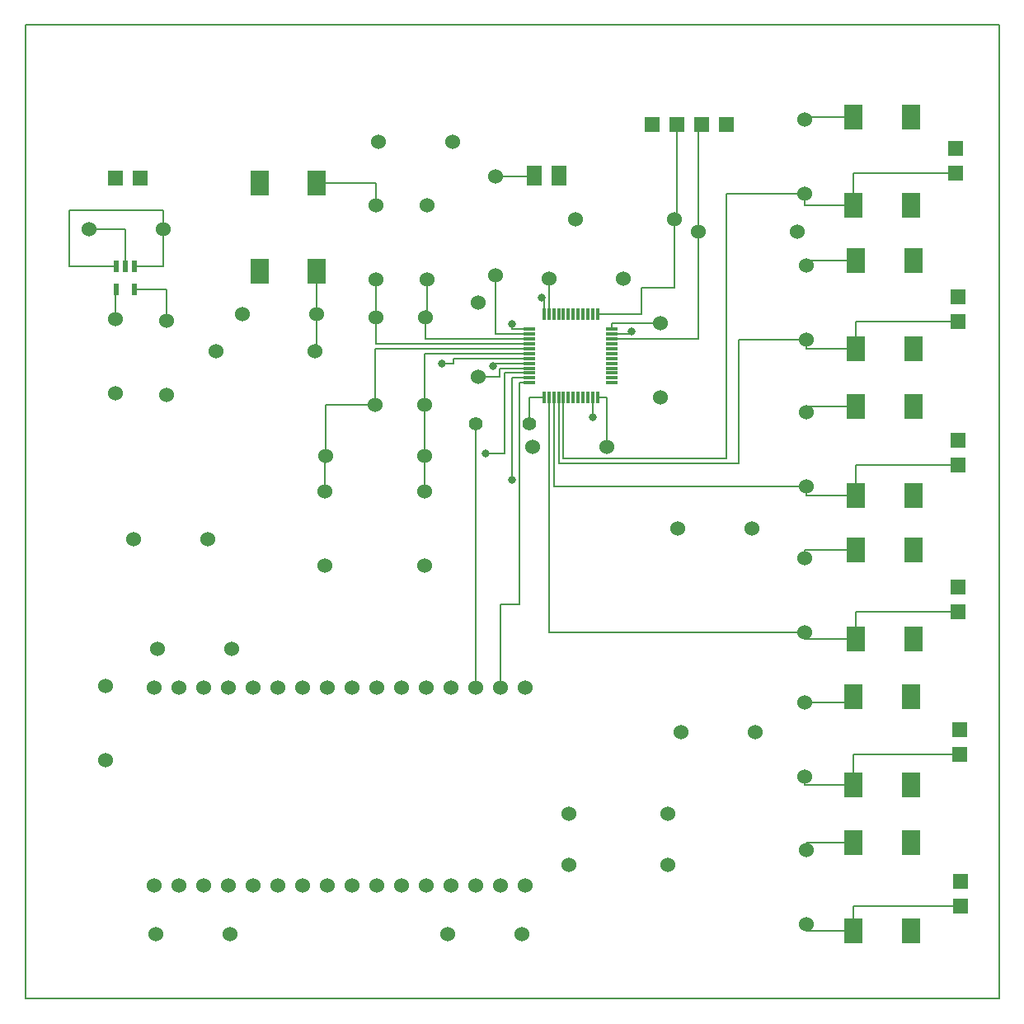
<source format=gbr>
%FSLAX23Y23*%
%MOIN*%
G04 EasyPC Gerber Version 12.0.1 Build 2704 *
%ADD19R,0.01181X0.04724*%
%ADD20R,0.02362X0.04724*%
%ADD15R,0.06000X0.08000*%
%ADD18R,0.07480X0.10236*%
%ADD17R,0.06000X0.06000*%
%ADD21C,0.00787*%
%ADD95C,0.00800*%
%ADD22C,0.03200*%
%ADD23C,0.05600*%
%ADD71C,0.06000*%
%ADD16C,0.06000*%
%ADD70R,0.04724X0.01181*%
X0Y0D02*
D02*
D15*
X2061Y3331D03*
X2161D03*
D02*
D16*
X260Y3114D03*
X329Y969D03*
Y1269D03*
X368Y2450D03*
Y2750D03*
X441Y1860D03*
X530Y266D03*
X539Y1417D03*
X560Y3114D03*
X575Y2445D03*
Y2745D03*
X741Y1860D03*
X775Y2622D03*
X830Y266D03*
X839Y1417D03*
X880Y2770D03*
X1175Y2622D03*
X1180Y2770D03*
X1215Y1756D03*
Y2056D03*
X1218Y2199D03*
X1418Y2406D03*
X1422Y2758D03*
Y2911D03*
Y3211D03*
X1431Y3469D03*
X1618Y1756D03*
Y2056D03*
Y2199D03*
Y2406D03*
X1622Y2758D03*
X1628Y2911D03*
Y3211D03*
X1711Y266D03*
X1731Y3469D03*
X1835Y2517D03*
Y2817D03*
X1904Y2929D03*
Y3329D03*
X2011Y266D03*
X2055Y2234D03*
X2121Y2915D03*
X2202Y545D03*
Y752D03*
X2228Y3154D03*
X2355Y2234D03*
X2421Y2915D03*
X2573Y2435D03*
Y2735D03*
X2602Y545D03*
Y752D03*
X2628Y3154D03*
X2642Y1904D03*
X2656Y1083D03*
X2724Y3104D03*
X2942Y1904D03*
X2956Y1083D03*
X3124Y3104D03*
X3154Y1485D03*
Y1785D03*
Y3257D03*
Y3557D03*
X3156Y903D03*
Y1203D03*
X3163Y304D03*
Y604D03*
Y2076D03*
Y2376D03*
Y2667D03*
Y2967D03*
D02*
D17*
X367Y3321D03*
X467D03*
X2539Y3537D03*
X2639D03*
X2739D03*
X2839D03*
X3764Y3341D03*
Y3441D03*
X3774Y1569D03*
Y1669D03*
Y2160D03*
Y2260D03*
Y2740D03*
Y2840D03*
X3780Y992D03*
Y1092D03*
X3784Y378D03*
Y478D03*
D02*
D18*
X951Y2945D03*
Y3303D03*
X1183Y2945D03*
Y3303D03*
X3352Y278D03*
Y636D03*
Y868D03*
Y1226D03*
Y3211D03*
Y3569D03*
X3362Y1459D03*
Y1817D03*
Y2039D03*
Y2398D03*
Y2630D03*
Y2988D03*
X3585Y278D03*
Y636D03*
Y868D03*
Y1226D03*
Y3211D03*
Y3569D03*
X3595Y1459D03*
Y1817D03*
Y2039D03*
Y2398D03*
Y2630D03*
Y2988D03*
D02*
D19*
X2100Y2435D03*
Y2770D03*
X2120Y2435D03*
Y2770D03*
X2140Y2435D03*
Y2770D03*
X2160Y2435D03*
Y2770D03*
X2179Y2435D03*
Y2770D03*
X2199Y2435D03*
Y2770D03*
X2219Y2435D03*
Y2770D03*
X2238Y2435D03*
Y2770D03*
X2258Y2435D03*
Y2770D03*
X2278Y2435D03*
Y2770D03*
X2297Y2435D03*
Y2770D03*
X2317Y2435D03*
Y2770D03*
D02*
D70*
X2041Y2494D03*
Y2514D03*
Y2534D03*
Y2553D03*
Y2573D03*
Y2593D03*
Y2612D03*
Y2632D03*
Y2652D03*
Y2671D03*
Y2691D03*
Y2711D03*
X2376Y2494D03*
Y2514D03*
Y2534D03*
Y2553D03*
Y2573D03*
Y2593D03*
Y2612D03*
Y2632D03*
Y2652D03*
Y2671D03*
Y2691D03*
Y2711D03*
D02*
D71*
X524Y460D03*
Y1260D03*
X624Y460D03*
Y1260D03*
X724Y460D03*
Y1260D03*
X824Y460D03*
Y1260D03*
X924Y460D03*
Y1260D03*
X1024Y460D03*
Y1260D03*
X1124Y460D03*
Y1260D03*
X1224Y460D03*
Y1260D03*
X1324Y460D03*
Y1260D03*
X1424Y460D03*
Y1260D03*
X1524Y460D03*
Y1260D03*
X1624Y460D03*
Y1260D03*
X1724Y460D03*
Y1260D03*
X1824Y460D03*
Y1260D03*
X1924Y460D03*
Y1260D03*
X2024Y460D03*
Y1260D03*
D02*
D20*
X370Y2870D03*
Y2965D03*
X408D03*
X445Y2870D03*
Y2965D03*
D02*
D21*
X260Y3114D02*
X408D01*
Y2965*
X370Y2870D02*
X368D01*
Y2750*
X370Y2965D02*
X181D01*
Y3193*
X560*
Y3114*
X445Y2870D02*
X575D01*
Y2745*
X445Y2965D02*
X560D01*
Y3114*
X1180Y2770D02*
Y2622D01*
X1175*
X1183Y2945D02*
Y2770D01*
X1180*
X1183Y3303D02*
X1422D01*
Y3211*
X1215Y2056D02*
Y2199D01*
X1218*
X1418Y2406D02*
X1218D01*
Y2199*
X1422Y2758D02*
Y2911D01*
X1618Y2056D02*
Y2199D01*
Y2406D02*
Y2199D01*
X1628Y2911D02*
Y2758D01*
X1622*
X1825Y2327D02*
Y1260D01*
X1824*
X1904Y3329D02*
X2061D01*
Y3331*
X2041Y2494D02*
X2002D01*
Y1598*
X1924*
Y1260*
X2041Y2514D02*
X1973D01*
Y2209*
Y2100*
X2041Y2534D02*
X1943D01*
Y2209*
X1864*
X2041Y2553D02*
X1923D01*
Y2517*
X1835*
X2041Y2573D02*
X1894D01*
Y2563*
X2041Y2593D02*
X1736D01*
Y2573*
X1687*
X2041Y2612D02*
X1618D01*
Y2406*
X2041Y2632D02*
X1418D01*
Y2406*
X2041Y2652D02*
X1422D01*
Y2758*
X2041Y2671D02*
X1622D01*
Y2758*
X2041Y2691D02*
X1904D01*
Y2929*
X2041Y2711D02*
X1973D01*
Y2730*
X2100Y2435D02*
X2041D01*
Y2327*
X2100Y2770D02*
Y2839D01*
X2091*
X2120Y2435D02*
Y1485D01*
X3154*
X2120Y2770D02*
Y2915D01*
X2121*
X2140Y2435D02*
Y2076D01*
X3163*
X2160Y2435D02*
Y2169D01*
X2888*
Y2667*
X3163*
X2297Y2435D02*
Y2356D01*
X2317Y2435D02*
X2355D01*
Y2234*
X2376Y2691D02*
X2455D01*
Y2701*
X2376Y2711D02*
Y2735D01*
X2573*
X2628Y3154D02*
Y2878D01*
X2494*
Y2770*
X2317*
X2639Y3537D02*
Y3154D01*
X2628*
X2724Y3104D02*
Y2671D01*
X2376*
X2739Y3537D02*
X2724D01*
Y3104*
X3154Y3257D02*
X2839D01*
Y2189*
X2179*
Y2435*
X3352Y278D02*
X3163D01*
Y304*
X3352Y636D02*
X3163D01*
Y604*
X3352Y868D02*
X3156D01*
Y903*
X3352Y1226D02*
Y1203D01*
X3156*
X3352Y3211D02*
X3154D01*
Y3257*
X3352Y3569D02*
X3154D01*
Y3557*
X3362Y1459D02*
X3154D01*
Y1485*
X3362Y1817D02*
X3154D01*
Y1785*
X3362Y2039D02*
X3163D01*
Y2076*
X3362Y2398D02*
X3163D01*
Y2376*
X3362Y2630D02*
X3163D01*
Y2667*
X3362Y2988D02*
X3163D01*
Y2967*
X3764Y3341D02*
X3352D01*
Y3211*
X3774Y1569D02*
X3362D01*
Y1459*
X3774Y2160D02*
X3362D01*
Y2039*
X3774Y2740D02*
X3362D01*
Y2630*
X3780Y992D02*
X3352D01*
Y868*
X3784Y378D02*
X3352D01*
Y278*
D02*
D22*
X1687Y2573D03*
X1864Y2209D03*
X1894Y2563D03*
X1973Y2100D03*
Y2730D03*
X2091Y2839D03*
X2297Y2356D03*
X2455Y2701D03*
D02*
D23*
X1825Y2327D03*
X2041D03*
D02*
D95*
X4Y4D02*
X3941D01*
Y3941*
X4*
Y4*
X0Y0D02*
M02*

</source>
